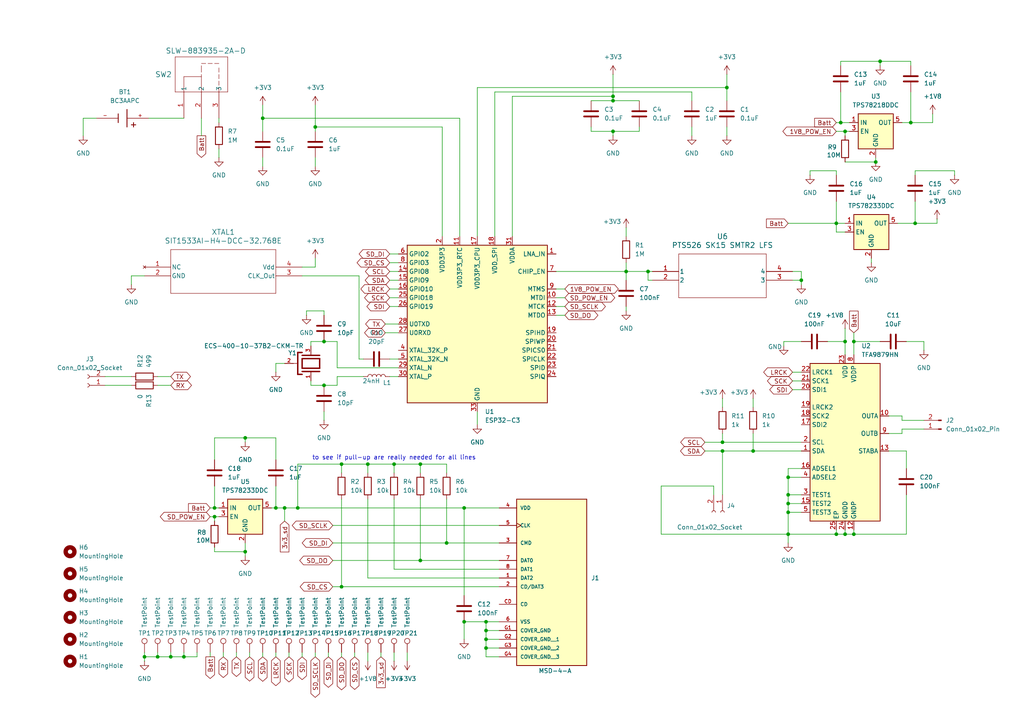
<source format=kicad_sch>
(kicad_sch (version 20250114) (generator "eeschema") (generator_version "9.0")
  (paper "A4")
  (text "to see if pull-up are really needed for all lines" (at 114.3 132.842 0) (effects (font (size 1.27 1.27))))
  (junction (at 93.98 111.76))
  (junction (at 245.11 38.1))
  (junction (at 140.97 182.88))
  (junction (at 106.68 134.62))
  (junction (at 177.8 38.1))
  (junction (at 242.57 154.94))
  (junction (at 228.6 154.94))
  (junction (at 247.65 154.94))
  (junction (at 41.91 190.5))
  (junction (at 99.06 170.18))
  (junction (at 187.96 78.74))
  (junction (at 181.61 78.74))
  (junction (at 228.6 146.05))
  (junction (at 177.8 27.94))
  (junction (at 218.44 130.81))
  (junction (at 242.57 64.77))
  (junction (at 80.01 147.32))
  (junction (at 49.53 190.5))
  (junction (at 228.6 148.59))
  (junction (at 86.36 147.32))
  (junction (at 134.62 147.32))
  (junction (at 53.34 190.5))
  (junction (at 228.6 138.43))
  (junction (at 93.98 99.06))
  (junction (at 82.55 147.32))
  (junction (at 243.84 35.56))
  (junction (at 209.55 130.81))
  (junction (at 245.11 99.06))
  (junction (at 62.23 149.86))
  (junction (at 247.65 99.06))
  (junction (at 99.06 134.62))
  (junction (at 254 46.99))
  (junction (at 114.3 134.62))
  (junction (at 62.23 147.32))
  (junction (at 210.82 25.4))
  (junction (at 71.12 160.02))
  (junction (at 209.55 128.27))
  (junction (at 265.43 64.77))
  (junction (at 140.97 180.34))
  (junction (at 232.41 81.28))
  (junction (at 121.92 162.56))
  (junction (at 255.27 17.78))
  (junction (at 264.16 35.56))
  (junction (at 76.2 34.29))
  (junction (at 129.54 157.48))
  (junction (at 140.97 187.96))
  (junction (at 71.12 127))
  (junction (at 177.8 29.21))
  (junction (at 45.72 190.5))
  (junction (at 121.92 134.62))
  (junction (at 91.44 36.83))
  (junction (at 228.6 143.51))
  (junction (at 134.62 180.34))
  (junction (at 245.11 154.94))
  (junction (at 140.97 185.42))
  (wire (pts (xy 113.03 86.36) (xy 115.57 86.36)))
  (wire (pts (xy 83.82 189.23) (xy 83.82 190.5)))
  (wire (pts (xy 265.43 64.77) (xy 271.78 64.77)))
  (wire (pts (xy 200.66 36.83) (xy 200.66 39.37)))
  (wire (pts (xy 90.17 99.06) (xy 93.98 99.06)))
  (wire (pts (xy 240.03 99.06) (xy 245.11 99.06)))
  (wire (pts (xy 181.61 76.2) (xy 181.61 78.74)))
  (wire (pts (xy 171.45 36.83) (xy 171.45 38.1)))
  (wire (pts (xy 71.12 127) (xy 80.01 127)))
  (wire (pts (xy 62.23 149.86) (xy 62.23 151.13)))
  (wire (pts (xy 209.55 130.81) (xy 218.44 130.81)))
  (wire (pts (xy 97.79 109.22) (xy 105.41 109.22)))
  (wire (pts (xy 242.57 67.31) (xy 242.57 64.77)))
  (wire (pts (xy 140.97 182.88) (xy 140.97 185.42)))
  (wire (pts (xy 68.58 189.23) (xy 68.58 190.5)))
  (wire (pts (xy 228.6 148.59) (xy 228.6 154.94)))
  (wire (pts (xy 264.16 35.56) (xy 261.62 35.56)))
  (wire (pts (xy 129.54 157.48) (xy 144.78 157.48)))
  (wire (pts (xy 261.62 125.73) (xy 257.81 125.73)))
  (wire (pts (xy 104.14 80.01) (xy 87.63 80.01)))
  (wire (pts (xy 96.52 170.18) (xy 99.06 170.18)))
  (wire (pts (xy 76.2 34.29) (xy 76.2 38.1)))
  (wire (pts (xy 43.18 34.29) (xy 53.34 34.29)))
  (wire (pts (xy 242.57 49.53) (xy 234.95 49.53)))
  (wire (pts (xy 113.03 104.14) (xy 115.57 104.14)))
  (wire (pts (xy 228.6 135.89) (xy 228.6 138.43)))
  (wire (pts (xy 267.97 99.06) (xy 267.97 101.6)))
  (wire (pts (xy 30.48 109.22) (xy 38.1 109.22)))
  (wire (pts (xy 191.77 154.94) (xy 228.6 154.94)))
  (wire (pts (xy 177.8 27.94) (xy 177.8 29.21)))
  (wire (pts (xy 262.89 130.81) (xy 262.89 135.89)))
  (wire (pts (xy 264.16 26.67) (xy 264.16 35.56)))
  (wire (pts (xy 185.42 29.21) (xy 177.8 29.21)))
  (wire (pts (xy 76.2 45.72) (xy 76.2 48.26)))
  (wire (pts (xy 262.89 143.51) (xy 262.89 154.94)))
  (wire (pts (xy 181.61 78.74) (xy 181.61 81.28)))
  (wire (pts (xy 38.1 82.55) (xy 38.1 80.01)))
  (wire (pts (xy 185.42 36.83) (xy 185.42 38.1)))
  (wire (pts (xy 45.72 190.5) (xy 41.91 190.5)))
  (wire (pts (xy 113.03 76.2) (xy 115.57 76.2)))
  (wire (pts (xy 72.39 189.23) (xy 72.39 190.5)))
  (wire (pts (xy 200.66 26.67) (xy 200.66 29.21)))
  (wire (pts (xy 106.68 144.78) (xy 106.68 167.64)))
  (wire (pts (xy 45.72 111.76) (xy 49.53 111.76)))
  (wire (pts (xy 62.23 133.35) (xy 62.23 127)))
  (wire (pts (xy 91.44 30.48) (xy 91.44 36.83)))
  (wire (pts (xy 242.57 58.42) (xy 242.57 64.77)))
  (wire (pts (xy 27.94 34.29) (xy 24.13 34.29)))
  (wire (pts (xy 270.51 33.02) (xy 270.51 35.56)))
  (wire (pts (xy 261.62 120.65) (xy 257.81 120.65)))
  (wire (pts (xy 262.89 99.06) (xy 267.97 99.06)))
  (wire (pts (xy 93.98 90.17) (xy 88.9 90.17)))
  (wire (pts (xy 245.11 46.99) (xy 254 46.99)))
  (wire (pts (xy 207.01 140.97) (xy 191.77 140.97)))
  (wire (pts (xy 232.41 81.28) (xy 232.41 82.55)))
  (wire (pts (xy 111.76 93.98) (xy 115.57 93.98)))
  (wire (pts (xy 63.5 34.29) (xy 63.5 35.56)))
  (wire (pts (xy 113.03 78.74) (xy 115.57 78.74)))
  (wire (pts (xy 91.44 45.72) (xy 91.44 48.26)))
  (wire (pts (xy 210.82 36.83) (xy 210.82 39.37)))
  (wire (pts (xy 247.65 96.52) (xy 247.65 99.06)))
  (wire (pts (xy 140.97 187.96) (xy 144.78 187.96)))
  (wire (pts (xy 242.57 38.1) (xy 245.11 38.1)))
  (wire (pts (xy 210.82 25.4) (xy 210.82 29.21)))
  (wire (pts (xy 45.72 109.22) (xy 49.53 109.22)))
  (wire (pts (xy 228.6 138.43) (xy 228.6 143.51)))
  (wire (pts (xy 134.62 147.32) (xy 144.78 147.32)))
  (wire (pts (xy 177.8 38.1) (xy 177.8 39.37)))
  (wire (pts (xy 245.11 67.31) (xy 242.57 67.31)))
  (wire (pts (xy 181.61 78.74) (xy 187.96 78.74)))
  (wire (pts (xy 129.54 144.78) (xy 129.54 157.48)))
  (wire (pts (xy 245.11 95.25) (xy 245.11 99.06)))
  (wire (pts (xy 41.91 190.5) (xy 41.91 191.77)))
  (wire (pts (xy 138.43 25.4) (xy 138.43 68.58)))
  (wire (pts (xy 245.11 38.1) (xy 245.11 39.37)))
  (wire (pts (xy 143.51 26.67) (xy 143.51 68.58)))
  (wire (pts (xy 209.55 130.81) (xy 209.55 143.51)))
  (wire (pts (xy 204.47 128.27) (xy 209.55 128.27)))
  (wire (pts (xy 106.68 134.62) (xy 106.68 137.16)))
  (wire (pts (xy 255.27 17.78) (xy 243.84 17.78)))
  (wire (pts (xy 257.81 130.81) (xy 262.89 130.81)))
  (wire (pts (xy 138.43 119.38) (xy 138.43 123.19)))
  (wire (pts (xy 133.35 34.29) (xy 76.2 34.29)))
  (wire (pts (xy 243.84 17.78) (xy 243.84 19.05)))
  (wire (pts (xy 121.92 144.78) (xy 121.92 162.56)))
  (wire (pts (xy 242.57 64.77) (xy 245.11 64.77)))
  (wire (pts (xy 30.48 111.76) (xy 38.1 111.76)))
  (wire (pts (xy 121.92 134.62) (xy 114.3 134.62)))
  (wire (pts (xy 209.55 128.27) (xy 232.41 128.27)))
  (wire (pts (xy 129.54 137.16) (xy 129.54 134.62)))
  (wire (pts (xy 71.12 157.48) (xy 71.12 160.02)))
  (wire (pts (xy 49.53 190.5) (xy 45.72 190.5)))
  (wire (pts (xy 99.06 170.18) (xy 144.78 170.18)))
  (wire (pts (xy 71.12 127) (xy 71.12 128.27)))
  (wire (pts (xy 228.6 148.59) (xy 232.41 148.59)))
  (wire (pts (xy 242.57 35.56) (xy 243.84 35.56)))
  (wire (pts (xy 161.29 83.82) (xy 163.83 83.82)))
  (wire (pts (xy 228.6 146.05) (xy 228.6 148.59)))
  (wire (pts (xy 171.45 38.1) (xy 177.8 38.1)))
  (wire (pts (xy 60.96 189.23) (xy 60.96 190.5)))
  (wire (pts (xy 114.3 189.23) (xy 114.3 191.77)))
  (wire (pts (xy 228.6 154.94) (xy 228.6 157.48)))
  (wire (pts (xy 106.68 134.62) (xy 99.06 134.62)))
  (wire (pts (xy 57.15 190.5) (xy 53.34 190.5)))
  (wire (pts (xy 129.54 134.62) (xy 121.92 134.62)))
  (wire (pts (xy 181.61 66.04) (xy 181.61 68.58)))
  (wire (pts (xy 93.98 119.38) (xy 93.98 121.92)))
  (wire (pts (xy 228.6 143.51) (xy 228.6 146.05)))
  (wire (pts (xy 99.06 134.62) (xy 99.06 137.16)))
  (wire (pts (xy 261.62 124.46) (xy 261.62 125.73)))
  (wire (pts (xy 104.14 104.14) (xy 104.14 80.01)))
  (wire (pts (xy 245.11 154.94) (xy 242.57 154.94)))
  (wire (pts (xy 228.6 64.77) (xy 242.57 64.77)))
  (wire (pts (xy 62.23 160.02) (xy 71.12 160.02)))
  (wire (pts (xy 134.62 147.32) (xy 134.62 172.72)))
  (wire (pts (xy 204.47 130.81) (xy 209.55 130.81)))
  (wire (pts (xy 99.06 189.23) (xy 99.06 190.5)))
  (wire (pts (xy 24.13 34.29) (xy 24.13 39.37)))
  (wire (pts (xy 138.43 25.4) (xy 210.82 25.4)))
  (wire (pts (xy 95.25 189.23) (xy 95.25 190.5)))
  (wire (pts (xy 93.98 111.76) (xy 97.79 111.76)))
  (wire (pts (xy 45.72 189.23) (xy 45.72 190.5)))
  (wire (pts (xy 86.36 134.62) (xy 86.36 147.32)))
  (wire (pts (xy 80.01 127) (xy 80.01 133.35)))
  (wire (pts (xy 78.74 147.32) (xy 80.01 147.32)))
  (wire (pts (xy 140.97 185.42) (xy 144.78 185.42)))
  (wire (pts (xy 229.87 81.28) (xy 232.41 81.28)))
  (wire (pts (xy 86.36 147.32) (xy 134.62 147.32)))
  (wire (pts (xy 128.27 36.83) (xy 128.27 68.58)))
  (wire (pts (xy 245.11 38.1) (xy 246.38 38.1)))
  (wire (pts (xy 60.96 147.32) (xy 62.23 147.32)))
  (wire (pts (xy 271.78 63.5) (xy 271.78 64.77)))
  (wire (pts (xy 82.55 105.41) (xy 80.01 105.41)))
  (wire (pts (xy 177.8 21.59) (xy 177.8 27.94)))
  (wire (pts (xy 265.43 64.77) (xy 265.43 58.42)))
  (wire (pts (xy 80.01 140.97) (xy 80.01 147.32)))
  (wire (pts (xy 261.62 121.92) (xy 261.62 120.65)))
  (wire (pts (xy 255.27 99.06) (xy 247.65 99.06)))
  (wire (pts (xy 114.3 165.1) (xy 144.78 165.1)))
  (wire (pts (xy 53.34 189.23) (xy 53.34 190.5)))
  (wire (pts (xy 229.87 113.03) (xy 232.41 113.03)))
  (wire (pts (xy 114.3 144.78) (xy 114.3 165.1)))
  (wire (pts (xy 62.23 147.32) (xy 63.5 147.32)))
  (wire (pts (xy 93.98 91.44) (xy 93.98 90.17)))
  (wire (pts (xy 276.86 49.53) (xy 276.86 50.8)))
  (wire (pts (xy 185.42 38.1) (xy 177.8 38.1)))
  (wire (pts (xy 228.6 146.05) (xy 232.41 146.05)))
  (wire (pts (xy 133.35 34.29) (xy 133.35 68.58)))
  (wire (pts (xy 128.27 36.83) (xy 91.44 36.83)))
  (wire (pts (xy 144.78 190.5) (xy 140.97 190.5)))
  (wire (pts (xy 62.23 140.97) (xy 62.23 147.32)))
  (wire (pts (xy 38.1 80.01) (xy 41.91 80.01)))
  (wire (pts (xy 96.52 152.4) (xy 144.78 152.4)))
  (wire (pts (xy 97.79 99.06) (xy 97.79 106.68)))
  (wire (pts (xy 245.11 99.06) (xy 245.11 102.87)))
  (wire (pts (xy 111.76 96.52) (xy 115.57 96.52)))
  (wire (pts (xy 265.43 49.53) (xy 276.86 49.53)))
  (wire (pts (xy 218.44 125.73) (xy 218.44 130.81)))
  (wire (pts (xy 113.03 73.66) (xy 115.57 73.66)))
  (wire (pts (xy 232.41 143.51) (xy 228.6 143.51)))
  (wire (pts (xy 191.77 140.97) (xy 191.77 154.94)))
  (wire (pts (xy 80.01 147.32) (xy 82.55 147.32)))
  (wire (pts (xy 228.6 154.94) (xy 242.57 154.94)))
  (wire (pts (xy 91.44 189.23) (xy 91.44 190.5)))
  (wire (pts (xy 62.23 127) (xy 71.12 127)))
  (wire (pts (xy 82.55 147.32) (xy 82.55 151.13)))
  (wire (pts (xy 62.23 149.86) (xy 63.5 149.86)))
  (wire (pts (xy 64.77 189.23) (xy 64.77 190.5)))
  (wire (pts (xy 255.27 17.78) (xy 255.27 19.05)))
  (wire (pts (xy 260.35 64.77) (xy 265.43 64.77)))
  (wire (pts (xy 97.79 106.68) (xy 115.57 106.68)))
  (wire (pts (xy 60.96 149.86) (xy 62.23 149.86)))
  (wire (pts (xy 114.3 134.62) (xy 114.3 137.16)))
  (wire (pts (xy 161.29 91.44) (xy 163.83 91.44)))
  (wire (pts (xy 90.17 110.49) (xy 90.17 111.76)))
  (wire (pts (xy 53.34 190.5) (xy 49.53 190.5)))
  (wire (pts (xy 245.11 153.67) (xy 245.11 154.94)))
  (wire (pts (xy 229.87 78.74) (xy 232.41 78.74)))
  (wire (pts (xy 63.5 43.18) (xy 63.5 45.72)))
  (wire (pts (xy 99.06 134.62) (xy 86.36 134.62)))
  (wire (pts (xy 76.2 30.48) (xy 76.2 34.29)))
  (wire (pts (xy 209.55 125.73) (xy 209.55 128.27)))
  (wire (pts (xy 134.62 185.42) (xy 134.62 180.34)))
  (wire (pts (xy 218.44 115.57) (xy 218.44 118.11)))
  (wire (pts (xy 247.65 99.06) (xy 247.65 102.87)))
  (wire (pts (xy 144.78 180.34) (xy 140.97 180.34)))
  (wire (pts (xy 181.61 88.9) (xy 181.61 90.17)))
  (wire (pts (xy 140.97 185.42) (xy 140.97 187.96)))
  (wire (pts (xy 97.79 111.76) (xy 97.79 109.22)))
  (wire (pts (xy 118.11 189.23) (xy 118.11 191.77)))
  (wire (pts (xy 41.91 189.23) (xy 41.91 190.5)))
  (wire (pts (xy 243.84 26.67) (xy 243.84 35.56)))
  (wire (pts (xy 106.68 189.23) (xy 106.68 191.77)))
  (wire (pts (xy 148.59 27.94) (xy 177.8 27.94)))
  (wire (pts (xy 264.16 19.05) (xy 264.16 17.78)))
  (wire (pts (xy 99.06 144.78) (xy 99.06 170.18)))
  (wire (pts (xy 88.9 90.17) (xy 88.9 91.44)))
  (wire (pts (xy 252.73 74.93) (xy 252.73 76.2)))
  (wire (pts (xy 105.41 104.14) (xy 104.14 104.14)))
  (wire (pts (xy 189.23 81.28) (xy 187.96 81.28)))
  (wire (pts (xy 262.89 154.94) (xy 247.65 154.94)))
  (wire (pts (xy 242.57 50.8) (xy 242.57 49.53)))
  (wire (pts (xy 264.16 17.78) (xy 255.27 17.78)))
  (wire (pts (xy 102.87 189.23) (xy 102.87 190.5)))
  (wire (pts (xy 161.29 86.36) (xy 163.83 86.36)))
  (wire (pts (xy 113.03 109.22) (xy 115.57 109.22)))
  (wire (pts (xy 57.15 189.23) (xy 57.15 190.5)))
  (wire (pts (xy 82.55 147.32) (xy 86.36 147.32)))
  (wire (pts (xy 90.17 111.76) (xy 93.98 111.76)))
  (wire (pts (xy 96.52 162.56) (xy 121.92 162.56)))
  (wire (pts (xy 87.63 189.23) (xy 87.63 190.5)))
  (wire (pts (xy 207.01 143.51) (xy 207.01 140.97)))
  (wire (pts (xy 143.51 26.67) (xy 200.66 26.67)))
  (wire (pts (xy 110.49 189.23) (xy 110.49 190.5)))
  (wire (pts (xy 177.8 29.21) (xy 171.45 29.21)))
  (wire (pts (xy 209.55 115.57) (xy 209.55 118.11)))
  (wire (pts (xy 113.03 83.82) (xy 115.57 83.82)))
  (wire (pts (xy 267.97 121.92) (xy 261.62 121.92)))
  (wire (pts (xy 265.43 50.8) (xy 265.43 49.53)))
  (wire (pts (xy 187.96 81.28) (xy 187.96 78.74)))
  (wire (pts (xy 140.97 182.88) (xy 144.78 182.88)))
  (wire (pts (xy 134.62 180.34) (xy 140.97 180.34)))
  (wire (pts (xy 71.12 160.02) (xy 71.12 161.29)))
  (wire (pts (xy 58.42 34.29) (xy 58.42 39.37)))
  (wire (pts (xy 229.87 110.49) (xy 232.41 110.49)))
  (wire (pts (xy 62.23 158.75) (xy 62.23 160.02)))
  (wire (pts (xy 91.44 77.47) (xy 87.63 77.47)))
  (wire (pts (xy 96.52 157.48) (xy 129.54 157.48)))
  (wire (pts (xy 267.97 124.46) (xy 261.62 124.46)))
  (wire (pts (xy 113.03 81.28) (xy 115.57 81.28)))
  (wire (pts (xy 247.65 153.67) (xy 247.65 154.94)))
  (wire (pts (xy 148.59 27.94) (xy 148.59 68.58)))
  (wire (pts (xy 76.2 189.23) (xy 76.2 190.5)))
  (wire (pts (xy 234.95 49.53) (xy 234.95 50.8)))
  (wire (pts (xy 80.01 105.41) (xy 80.01 107.95)))
  (wire (pts (xy 93.98 99.06) (xy 97.79 99.06)))
  (wire (pts (xy 114.3 134.62) (xy 106.68 134.62)))
  (wire (pts (xy 121.92 134.62) (xy 121.92 137.16)))
  (wire (pts (xy 121.92 162.56) (xy 144.78 162.56)))
  (wire (pts (xy 161.29 78.74) (xy 181.61 78.74)))
  (wire (pts (xy 210.82 21.59) (xy 210.82 25.4)))
  (wire (pts (xy 140.97 180.34) (xy 140.97 182.88)))
  (wire (pts (xy 80.01 189.23) (xy 80.01 190.5)))
  (wire (pts (xy 91.44 74.93) (xy 91.44 77.47)))
  (wire (pts (xy 247.65 154.94) (xy 245.11 154.94)))
  (wire (pts (xy 242.57 153.67) (xy 242.57 154.94)))
  (wire (pts (xy 90.17 100.33) (xy 90.17 99.06)))
  (wire (pts (xy 187.96 78.74) (xy 189.23 78.74)))
  (wire (pts (xy 106.68 167.64) (xy 144.78 167.64)))
  (wire (pts (xy 91.44 36.83) (xy 91.44 38.1)))
  (wire (pts (xy 254 45.72) (xy 254 46.99)))
  (wire (pts (xy 49.53 189.23) (xy 49.53 190.5)))
  (wire (pts (xy 229.87 107.95) (xy 232.41 107.95)))
  (wire (pts (xy 140.97 187.96) (xy 140.97 190.5)))
  (wire (pts (xy 227.33 99.06) (xy 227.33 100.33)))
  (wire (pts (xy 113.03 88.9) (xy 115.57 88.9)))
  (wire (pts (xy 243.84 35.56) (xy 246.38 35.56)))
  (wire (pts (xy 218.44 130.81) (xy 232.41 130.81)))
  (wire (pts (xy 232.41 78.74) (xy 232.41 81.28)))
  (wire (pts (xy 264.16 35.56) (xy 270.51 35.56)))
  (wire (pts (xy 228.6 138.43) (xy 232.41 138.43)))
  (wire (pts (xy 232.41 135.89) (xy 228.6 135.89)))
  (wire (pts (xy 161.29 88.9) (xy 163.83 88.9)))
  (wire (pts (xy 232.41 99.06) (xy 227.33 99.06)))
  (global_label "1V8_POW_EN" (shape bidirectional) (at 163.83 83.82 0) (property "Intersheetrefs" "${INTERSHEET_REFS}" (effects (hide yes))))
  (global_label "SDI" (shape bidirectional) (at 87.63 190.5 270) (property "Intersheetrefs" "${INTERSHEET_REFS}" (effects (hide yes))))
  (global_label "RX" (shape bidirectional) (at 64.77 190.5 270) (property "Intersheetrefs" "${INTERSHEET_REFS}" (effects (hide yes))))
  (global_label "SD_CS" (shape bidirectional) (at 102.87 190.5 270) (property "Intersheetrefs" "${INTERSHEET_REFS}" (effects (hide yes))))
  (global_label "SD_SCLK" (shape bidirectional) (at 96.52 152.4 180) (property "Intersheetrefs" "${INTERSHEET_REFS}" (effects (hide yes))))
  (global_label "SCL" (shape bidirectional) (at 113.03 78.74 180) (property "Intersheetrefs" "${INTERSHEET_REFS}" (effects (hide yes))))
  (global_label "SDA" (shape bidirectional) (at 76.2 190.5 270) (property "Intersheetrefs" "${INTERSHEET_REFS}" (effects (hide yes))))
  (global_label "SCK" (shape bidirectional) (at 229.87 110.49 180) (property "Intersheetrefs" "${INTERSHEET_REFS}" (effects (hide yes))))
  (global_label "SD_DI" (shape bidirectional) (at 95.25 190.5 270) (property "Intersheetrefs" "${INTERSHEET_REFS}" (effects (hide yes))))
  (global_label "SCK" (shape bidirectional) (at 83.82 190.5 270) (property "Intersheetrefs" "${INTERSHEET_REFS}" (effects (hide yes))))
  (global_label "SCL" (shape bidirectional) (at 204.47 128.27 180) (property "Intersheetrefs" "${INTERSHEET_REFS}" (effects (hide yes))))
  (global_label "SD_DO" (shape bidirectional) (at 99.06 190.5 270) (property "Intersheetrefs" "${INTERSHEET_REFS}" (effects (hide yes))))
  (global_label "Batt" (shape output) (at 60.96 190.5 270) (property "Intersheetrefs" "${INTERSHEET_REFS}" (effects (hide yes))))
  (global_label "SD_CS" (shape bidirectional) (at 113.03 76.2 180) (property "Intersheetrefs" "${INTERSHEET_REFS}" (effects (hide yes))))
  (global_label "Batt" (shape input) (at 247.65 96.52 90) (property "Intersheetrefs" "${INTERSHEET_REFS}" (effects (hide yes))))
  (global_label "TX" (shape bidirectional) (at 68.58 190.5 270) (property "Intersheetrefs" "${INTERSHEET_REFS}" (effects (hide yes))))
  (global_label "SD_SCLK" (shape bidirectional) (at 163.83 88.9 0) (property "Intersheetrefs" "${INTERSHEET_REFS}" (effects (hide yes))))
  (global_label "LRCK" (shape bidirectional) (at 80.01 190.5 270) (property "Intersheetrefs" "${INTERSHEET_REFS}" (effects (hide yes))))
  (global_label "Batt" (shape input) (at 242.57 35.56 180) (property "Intersheetrefs" "${INTERSHEET_REFS}" (effects (hide yes))))
  (global_label "SD_POW_EN" (shape bidirectional) (at 163.83 86.36 0) (property "Intersheetrefs" "${INTERSHEET_REFS}" (effects (hide yes))))
  (global_label "LRCK" (shape bidirectional) (at 113.03 83.82 180) (property "Intersheetrefs" "${INTERSHEET_REFS}" (effects (hide yes))))
  (global_label "RX" (shape bidirectional) (at 49.53 111.76 0) (property "Intersheetrefs" "${INTERSHEET_REFS}" (effects (hide yes))))
  (global_label "SDI" (shape bidirectional) (at 113.03 88.9 180) (property "Intersheetrefs" "${INTERSHEET_REFS}" (effects (hide yes))))
  (global_label "SD_CS" (shape bidirectional) (at 96.52 170.18 180) (property "Intersheetrefs" "${INTERSHEET_REFS}" (effects (hide yes))))
  (global_label "TX" (shape bidirectional) (at 111.76 93.98 180) (property "Intersheetrefs" "${INTERSHEET_REFS}" (effects (hide yes))))
  (global_label "SDI" (shape bidirectional) (at 229.87 113.03 180) (property "Intersheetrefs" "${INTERSHEET_REFS}" (effects (hide yes))))
  (global_label "3v3_sd" (shape input) (at 110.49 190.5 270) (property "Intersheetrefs" "${INTERSHEET_REFS}" (effects (hide yes))))
  (global_label "SDA" (shape bidirectional) (at 113.03 81.28 180) (property "Intersheetrefs" "${INTERSHEET_REFS}" (effects (hide yes))))
  (global_label "SDA" (shape bidirectional) (at 204.47 130.81 180) (property "Intersheetrefs" "${INTERSHEET_REFS}" (effects (hide yes))))
  (global_label "LRCK" (shape bidirectional) (at 229.87 107.95 180) (property "Intersheetrefs" "${INTERSHEET_REFS}" (effects (hide yes))))
  (global_label "TX" (shape bidirectional) (at 49.53 109.22 0) (property "Intersheetrefs" "${INTERSHEET_REFS}" (effects (hide yes))))
  (global_label "Batt" (shape input) (at 228.6 64.77 180) (property "Intersheetrefs" "${INTERSHEET_REFS}" (effects (hide yes))))
  (global_label "SD_DI" (shape bidirectional) (at 113.03 73.66 180) (property "Intersheetrefs" "${INTERSHEET_REFS}" (effects (hide yes))))
  (global_label "SCK" (shape bidirectional) (at 113.03 86.36 180) (property "Intersheetrefs" "${INTERSHEET_REFS}" (effects (hide yes))))
  (global_label "SCL" (shape bidirectional) (at 72.39 190.5 270) (property "Intersheetrefs" "${INTERSHEET_REFS}" (effects (hide yes))))
  (global_label "SD_SCLK" (shape bidirectional) (at 91.44 190.5 270) (property "Intersheetrefs" "${INTERSHEET_REFS}" (effects (hide yes))))
  (global_label "SD_DO" (shape bidirectional) (at 96.52 162.56 180) (property "Intersheetrefs" "${INTERSHEET_REFS}" (effects (hide yes))))
  (global_label "Batt" (shape input) (at 60.96 147.32 180) (property "Intersheetrefs" "${INTERSHEET_REFS}" (effects (hide yes))))
  (global_label "RX" (shape bidirectional) (at 111.76 96.52 180) (property "Intersheetrefs" "${INTERSHEET_REFS}" (effects (hide yes))))
  (global_label "Batt" (shape output) (at 58.42 39.37 270) (property "Intersheetrefs" "${INTERSHEET_REFS}" (effects (hide yes))))
  (global_label "SD_POW_EN" (shape bidirectional) (at 60.96 149.86 180) (property "Intersheetrefs" "${INTERSHEET_REFS}" (effects (hide yes))))
  (global_label "SD_DO" (shape bidirectional) (at 163.83 91.44 0) (property "Intersheetrefs" "${INTERSHEET_REFS}" (effects (hide yes))))
  (global_label "3v3_sd" (shape input) (at 82.55 151.13 270) (property "Intersheetrefs" "${INTERSHEET_REFS}" (effects (hide yes))))
  (global_label "SD_DI" (shape bidirectional) (at 96.52 157.48 180) (property "Intersheetrefs" "${INTERSHEET_REFS}" (effects (hide yes))))
  (global_label "1V8_POW_EN" (shape bidirectional) (at 242.57 38.1 180) (property "Intersheetrefs" "${INTERSHEET_REFS}" (effects (hide yes))))
  (symbol (lib_id "Regulator_Linear:TPS78233DDC") (at 252.73 67.31 0) (unit 1)
    (property "Reference" "U4" (at 252.73 57.15 0))
    (property "Value" "TPS78233DDC" (at 252.73 59.69 0))
    (property "Footprint" "Package_TO_SOT_SMD:SOT-23-5" (effects (hide yes)))
    (property "Datasheet" "http://www.ti.com/lit/gpn/tps782" (effects (hide yes)))
    (property "Description" "150-mA, 500nA Ultra-Low-IQ LDO, 3.3V, SOT-23-5" (effects (hide yes)))
  )
  (symbol (lib_id "Mechanical:MountingHole") (at 20.32 185.42 0) (unit 1) (exclude_from_sim yes) (in_bom no)
    (property "Reference" "H2" (at 22.86 184.1499 0) (effects (justify left)))
    (property "Value" "MountingHole" (at 22.86 186.6899 0) (effects (justify left)))
    (property "Footprint" "MountingHole:MountingHole_3.2mm_M3" (effects (hide yes)))
    (property "Description" "Mounting Hole without connection" (effects (hide yes)))
  )
  (symbol (lib_id "Device:R") (at 245.11 43.18 180) (unit 1)
    (property "Reference" "R9" (at 240.03 42.672 0) (effects (justify right)))
    (property "Value" "10M" (at 239.776 44.958 0) (effects (justify right)))
    (property "Footprint" "Resistor_SMD:R_0805_2012Metric_Pad1.20x1.40mm_HandSolder" (effects (hide yes)))
    (property "Description" "Resistor" (effects (hide yes)))
  )
  (symbol (lib_id "Connector:TestPoint") (at 114.3 189.23 0) (unit 1)
    (property "Reference" "TP20" (at 112.522 183.642 0) (effects (justify left)))
    (property "Value" "TestPoint" (at 114.3 182.118 90) (effects (justify left)))
    (property "Footprint" "TestPoint:TestPoint_THTPad_D2.0mm_Drill1.0mm" (effects (hide yes)))
    (property "Description" "test point" (effects (hide yes)))
  )
  (symbol (lib_id "Device:C") (at 259.08 99.06 90) (unit 1)
    (property "Reference" "C11" (at 259.08 91.44 90))
    (property "Value" "10uF" (at 259.08 93.98 90))
    (property "Footprint" "Capacitor_SMD:C_0805_2012Metric_Pad1.18x1.45mm_HandSolder" (effects (hide yes)))
    (property "Description" "Unpolarized capacitor" (effects (hide yes)))
  )
  (symbol (lib_id "Device:C") (at 210.82 33.02 0) (unit 1)
    (property "Reference" "C1" (at 214.63 31.7499 0) (effects (justify left)))
    (property "Value" "0.1uF" (at 214.63 34.2899 0) (effects (justify left)))
    (property "Footprint" "Capacitor_SMD:C_0805_2012Metric_Pad1.18x1.45mm_HandSolder" (effects (hide yes)))
    (property "Description" "Unpolarized capacitor" (effects (hide yes)))
  )
  (symbol (lib_id "MCU_Espressif:ESP32-C3") (at 138.43 93.98 0) (unit 1)
    (property "Reference" "U1" (at 140.6241 119.38 0) (effects (justify left)))
    (property "Value" "ESP32-C3" (at 140.6241 121.92 0) (effects (justify left)))
    (property "Footprint" "Package_DFN_QFN:QFN-32-1EP_5x5mm_P0.5mm_EP3.7x3.7mm" (effects (hide yes)))
    (property "Datasheet" "https://www.espressif.com/sites/default/files/documentation/esp32-c3_datasheet_en.pdf" (effects (hide yes)))
    (property "Description" "RF Module, ESP32 SoC, RISC-V, WiFi 802.11b/n/g, Bluetooth LE 5, QFN32" (effects (hide yes)))
  )
  (symbol (lib_id "power:GND") (at 228.6 157.48 0) (unit 1)
    (property "Reference" "#PWR034" (effects (hide yes)))
    (property "Value" "GND" (at 228.6 162.56 0))
    (property "Description" "Power symbol creates a global label with name \"GND\" , ground" (effects (hide yes)))
  )
  (symbol (lib_id "Connector:TestPoint") (at 106.68 189.23 0) (unit 1)
    (property "Reference" "TP18" (at 104.902 183.642 0) (effects (justify left)))
    (property "Value" "TestPoint" (at 106.68 182.118 90) (effects (justify left)))
    (property "Footprint" "TestPoint:TestPoint_THTPad_D2.0mm_Drill1.0mm" (effects (hide yes)))
    (property "Description" "test point" (effects (hide yes)))
  )
  (symbol (lib_id "power:GND") (at 252.73 76.2 0) (unit 1)
    (property "Reference" "#PWR024" (effects (hide yes)))
    (property "Value" "GND" (at 252.73 81.28 0))
    (property "Description" "Power symbol creates a global label with name \"GND\" , ground" (effects (hide yes)))
  )
  (symbol (lib_id "Device:R") (at 41.91 111.76 90) (unit 1)
    (property "Reference" "R13" (at 43.1801 114.3 0) (effects (justify right)))
    (property "Value" "0" (at 40.6401 114.3 0) (effects (justify right)))
    (property "Footprint" "Resistor_SMD:R_0805_2012Metric_Pad1.20x1.40mm_HandSolder" (effects (hide yes)))
    (property "Description" "Resistor" (effects (hide yes)))
  )
  (symbol (lib_id "power:GND") (at 76.2 48.26 0) (unit 1)
    (property "Reference" "#PWR09" (effects (hide yes)))
    (property "Value" "GND" (at 76.2 53.34 0))
    (property "Description" "Power symbol creates a global label with name \"GND\" , ground" (effects (hide yes)))
  )
  (symbol (lib_id "RTC Oscillator:SIT1533AI-H4-DCC-32.768E") (at 41.91 77.47 0) (unit 1)
    (property "Reference" "XTAL1" (at 64.77 67.31 0) (effects (font (size 1.524 1.524))))
    (property "Value" "SIT1533AI-H4-DCC-32.768E" (at 64.77 69.85 0) (effects (font (size 1.524 1.524))))
    (property "Footprint" "RTC Oscillator:XTAL4_SiT1533_SIT" (effects (hide yes)))
    (property "Datasheet" "SIT1533AI-H4-DCC-32.768E" (effects (hide yes)))
  )
  (symbol (lib_id "Regulator_Linear:TPS78218DDC") (at 254 38.1 0) (unit 1)
    (property "Reference" "U3" (at 254 27.94 0))
    (property "Value" "TPS78218DDC" (at 254 30.48 0))
    (property "Footprint" "Package_TO_SOT_SMD:SOT-23-5" (effects (hide yes)))
    (property "Datasheet" "http://www.ti.com/lit/gpn/tps782" (effects (hide yes)))
    (property "Description" "150-mA, 500nA Ultra-Low-IQ LDO, 1.8V, SOT-23-5" (effects (hide yes)))
  )
  (symbol (lib_id "Connector:TestPoint") (at 83.82 189.23 0) (unit 1)
    (property "Reference" "TP12" (at 82.042 183.642 0) (effects (justify left)))
    (property "Value" "TestPoint" (at 83.82 182.118 90) (effects (justify left)))
    (property "Footprint" "TestPoint:TestPoint_THTPad_D2.0mm_Drill1.0mm" (effects (hide yes)))
    (property "Description" "test point" (effects (hide yes)))
  )
  (symbol (lib_id "Device:C") (at 262.89 139.7 180) (unit 1)
    (property "Reference" "C20" (at 266.7 138.4299 0) (effects (justify right)))
    (property "Value" "100nF" (at 266.7 140.9699 0) (effects (justify right)))
    (property "Footprint" "Capacitor_SMD:C_0805_2012Metric_Pad1.18x1.45mm_HandSolder" (effects (hide yes)))
    (property "Description" "Unpolarized capacitor" (effects (hide yes)))
  )
  (symbol (lib_id "power:+3V3") (at 76.2 30.48 0) (unit 1)
    (property "Reference" "#PWR08" (effects (hide yes)))
    (property "Value" "+3V3" (at 76.2 25.4 0))
    (property "Description" "Power symbol creates a global label with name \"+3V3\"" (effects (hide yes)))
  )
  (symbol (lib_id "power:GND") (at 254 46.99 0) (unit 1)
    (property "Reference" "#PWR022" (effects (hide yes)))
    (property "Value" "GND" (at 254 52.07 0))
    (property "Description" "Power symbol creates a global label with name \"GND\" , ground" (effects (hide yes)))
  )
  (symbol (lib_id "Connector:TestPoint") (at 102.87 189.23 0) (unit 1)
    (property "Reference" "TP17" (at 101.092 183.642 0) (effects (justify left)))
    (property "Value" "TestPoint" (at 102.87 182.118 90) (effects (justify left)))
    (property "Footprint" "TestPoint:TestPoint_THTPad_D2.0mm_Drill1.0mm" (effects (hide yes)))
    (property "Description" "test point" (effects (hide yes)))
  )
  (symbol (lib_id "power:GND") (at 267.97 101.6 0) (unit 1)
    (property "Reference" "#PWR031" (effects (hide yes)))
    (property "Value" "GND" (at 267.97 106.68 0))
    (property "Description" "Power symbol creates a global label with name \"GND\" , ground" (effects (hide yes)))
  )
  (symbol (lib_id "Connector:Conn_01x02_Socket") (at 209.55 148.59 270) (unit 1)
    (property "Reference" "J4" (at 210.82 146.6849 90) (effects (justify left)))
    (property "Value" "Conn_01x02_Socket" (at 196.342 152.908 90) (effects (justify left)))
    (property "Footprint" "Connector_PinSocket_2.54mm:PinSocket_1x02_P2.54mm_Horizontal" (effects (hide yes)))
    (property "Description" "Generic connector, single row, 01x02, script generated" (effects (hide yes)))
  )
  (symbol (lib_id "Device:C") (at 242.57 54.61 0) (unit 1)
    (property "Reference" "C16" (at 246.38 53.3399 0) (effects (justify left)))
    (property "Value" "1uF" (at 246.38 55.8799 0) (effects (justify left)))
    (property "Footprint" "Capacitor_SMD:C_0805_2012Metric_Pad1.18x1.45mm_HandSolder" (effects (hide yes)))
    (property "Description" "Unpolarized capacitor" (effects (hide yes)))
  )
  (symbol (lib_id "power:GND") (at 41.91 191.77 0) (unit 1)
    (property "Reference" "#PWR037" (effects (hide yes)))
    (property "Value" "GND" (at 41.91 196.85 0))
    (property "Description" "Power symbol creates a global label with name \"GND\" , ground" (effects (hide yes)))
  )
  (symbol (lib_id "button:PTS526_SK15_SMTR2_LFS") (at 189.23 78.74 0) (unit 1)
    (property "Reference" "U6" (at 209.55 68.58 0) (effects (font (size 1.524 1.524))))
    (property "Value" "PTS526 SK15 SMTR2 LFS" (at 209.55 71.12 0) (effects (font (size 1.524 1.524))))
    (property "Footprint" "button:SMT_FS" (effects (hide yes)))
    (property "Datasheet" "PTS526 SK15 SMTR2 LFS" (effects (hide yes)))
  )
  (symbol (lib_id "Device:R") (at 63.5 39.37 180) (unit 1)
    (property "Reference" "R7" (at 66.04 38.0999 0) (effects (justify right)))
    (property "Value" "1M" (at 66.04 40.6399 0) (effects (justify right)))
    (property "Footprint" "Resistor_SMD:R_0805_2012Metric_Pad1.20x1.40mm_HandSolder" (effects (hide yes)))
    (property "Description" "Resistor" (effects (hide yes)))
  )
  (symbol (lib_id "Connector:TestPoint") (at 64.77 189.23 0) (unit 1)
    (property "Reference" "TP7" (at 62.992 183.642 0) (effects (justify left)))
    (property "Value" "TestPoint" (at 64.77 182.118 90) (effects (justify left)))
    (property "Footprint" "TestPoint:TestPoint_THTPad_D2.0mm_Drill1.0mm" (effects (hide yes)))
    (property "Description" "test point" (effects (hide yes)))
  )
  (symbol (lib_id "Connector:TestPoint") (at 60.96 189.23 0) (unit 1)
    (property "Reference" "TP6" (at 59.182 183.642 0) (effects (justify left)))
    (property "Value" "TestPoint" (at 60.96 182.118 90) (effects (justify left)))
    (property "Footprint" "TestPoint:TestPoint_THTPad_D2.0mm_Drill1.0mm" (effects (hide yes)))
    (property "Description" "test point" (effects (hide yes)))
  )
  (symbol (lib_id "Device:C") (at 91.44 41.91 0) (unit 1)
    (property "Reference" "C6" (at 95.25 40.6399 0) (effects (justify left)))
    (property "Value" "1uF" (at 95.25 43.1799 0) (effects (justify left)))
    (property "Footprint" "Capacitor_SMD:C_0805_2012Metric_Pad1.18x1.45mm_HandSolder" (effects (hide yes)))
    (property "Description" "Unpolarized capacitor" (effects (hide yes)))
  )
  (symbol (lib_id "power:GND") (at 234.95 50.8 0) (unit 1)
    (property "Reference" "#PWR028" (effects (hide yes)))
    (property "Value" "GND" (at 234.95 55.88 0))
    (property "Description" "Power symbol creates a global label with name \"GND\" , ground" (effects (hide yes)))
  )
  (symbol (lib_id "Connector:TestPoint") (at 76.2 189.23 0) (unit 1)
    (property "Reference" "TP10" (at 74.422 183.642 0) (effects (justify left)))
    (property "Value" "TestPoint" (at 76.2 182.118 90) (effects (justify left)))
    (property "Footprint" "TestPoint:TestPoint_THTPad_D2.0mm_Drill1.0mm" (effects (hide yes)))
    (property "Description" "test point" (effects (hide yes)))
  )
  (symbol (lib_id "Battery Holder:BC3AAPC") (at 35.56 34.29 180) (unit 1)
    (property "Reference" "BT1" (at 36.2204 26.67 0))
    (property "Value" "BC3AAPC" (at 36.2204 29.21 0))
    (property "Footprint" "Battery Holder:BAT_BC3AAPC" (effects (hide yes)))
    (property "PARTREV" "J" (effects (hide yes)))
    (property "MANUFACTURER" "MPD" (effects (hide yes)))
    (property "MAXIMUM_PACKAGE_HEIGHT" "16.5 mm" (effects (hide yes)))
    (property "STANDARD" "Manufacturer Recommendations" (effects (hide yes)))
  )
  (symbol (lib_id "Connector:TestPoint") (at 57.15 189.23 0) (unit 1)
    (property "Reference" "TP5" (at 55.372 183.642 0) (effects (justify left)))
    (property "Value" "TestPoint" (at 57.15 182.118 90) (effects (justify left)))
    (property "Footprint" "TestPoint:TestPoint_THTPad_D2.0mm_Drill1.0mm" (effects (hide yes)))
    (property "Description" "test point" (effects (hide yes)))
  )
  (symbol (lib_id "Device:C") (at 109.22 104.14 270) (unit 1)
    (property "Reference" "C10" (at 109.22 96.52 90))
    (property "Value" "20pF" (at 109.22 99.06 90))
    (property "Footprint" "Capacitor_SMD:C_0805_2012Metric_Pad1.18x1.45mm_HandSolder" (effects (hide yes)))
    (property "Description" "Unpolarized capacitor" (effects (hide yes)))
  )
  (symbol (lib_id "power:+3V3") (at 91.44 30.48 0) (unit 1)
    (property "Reference" "#PWR010" (effects (hide yes)))
    (property "Value" "+3V3" (at 91.44 25.4 0))
    (property "Description" "Power symbol creates a global label with name \"+3V3\"" (effects (hide yes)))
  )
  (symbol (lib_id "Mechanical:MountingHole") (at 20.32 179.07 0) (unit 1) (exclude_from_sim yes) (in_bom no)
    (property "Reference" "H3" (at 22.86 177.7999 0) (effects (justify left)))
    (property "Value" "MountingHole" (at 22.86 180.3399 0) (effects (justify left)))
    (property "Footprint" "MountingHole:MountingHole_3.2mm_M3" (effects (hide yes)))
    (property "Description" "Mounting Hole without connection" (effects (hide yes)))
  )
  (symbol (lib_id "Mechanical:MountingHole") (at 20.32 166.37 0) (unit 1) (exclude_from_sim yes) (in_bom no)
    (property "Reference" "H5" (at 22.86 165.0999 0) (effects (justify left)))
    (property "Value" "MountingHole" (at 22.86 167.6399 0) (effects (justify left)))
    (property "Footprint" "MountingHole:MountingHole_3.2mm_M3" (effects (hide yes)))
    (property "Description" "Mounting Hole without connection" (effects (hide yes)))
  )
  (symbol (lib_id "Connector:Conn_01x02_Socket") (at 25.4 111.76 180) (unit 1)
    (property "Reference" "J3" (at 26.035 104.14 0))
    (property "Value" "Conn_01x02_Socket" (at 26.035 106.68 0))
    (property "Footprint" "Connector_PinSocket_2.54mm:PinSocket_1x02_P2.54mm_Horizontal" (effects (hide yes)))
    (property "Description" "Generic connector, single row, 01x02, script generated" (effects (hide yes)))
  )
  (symbol (lib_id "Device:L") (at 109.22 109.22 90) (unit 1)
    (property "Reference" "L1" (at 112.268 110.998 90))
    (property "Value" "24nH" (at 107.696 110.49 90))
    (property "Footprint" "Inductor_SMD:L_0805_2012Metric_Pad1.15x1.40mm_HandSolder" (effects (hide yes)))
    (property "Description" "Inductor" (effects (hide yes)))
  )
  (symbol (lib_id "Slider Switch:SLW-883935-2A-D") (at 53.34 34.29 90) (unit 1)
    (property "Reference" "SW2" (at 44.958 21.59 90) (effects (font (size 1.524 1.524)) (justify right)))
    (property "Value" "SLW-883935-2A-D" (at 48.006 14.732 90) (effects (font (size 1.524 1.524)) (justify right)))
    (property "Footprint" "Connector_PinSocket_2.54mm:PinSocket_1x03_P2.54mm_Vertical" (effects (hide yes)))
    (property "Datasheet" "SLW-883935-2A-D" (effects (hide yes)))
  )
  (symbol (lib_id "Mechanical:MountingHole") (at 20.32 160.02 0) (unit 1) (exclude_from_sim yes) (in_bom no)
    (property "Reference" "H6" (at 22.86 158.7499 0) (effects (justify left)))
    (property "Value" "MountingHole" (at 22.86 161.2899 0) (effects (justify left)))
    (property "Footprint" "MountingHole:MountingHole_3.2mm_M3" (effects (hide yes)))
    (property "Description" "Mounting Hole without connection" (effects (hide yes)))
  )
  (symbol (lib_id "power:+3V3") (at 177.8 21.59 0) (unit 1)
    (property "Reference" "#PWR05" (effects (hide yes)))
    (property "Value" "+3V3" (at 177.8 16.51 0))
    (property "Description" "Power symbol creates a global label with name \"+3V3\"" (effects (hide yes)))
  )
  (symbol (lib_id "power:GND") (at 80.01 107.95 0) (unit 1)
    (property "Reference" "#PWR02" (effects (hide yes)))
    (property "Value" "GND" (at 80.01 113.03 0))
    (property "Description" "Power symbol creates a global label with name \"GND\" , ground" (effects (hide yes)))
  )
  (symbol (lib_id "Connector:TestPoint") (at 53.34 189.23 0) (unit 1)
    (property "Reference" "TP4" (at 51.562 183.642 0) (effects (justify left)))
    (property "Value" "TestPoint" (at 53.34 182.118 90) (effects (justify left)))
    (property "Footprint" "TestPoint:TestPoint_THTPad_D2.0mm_Drill1.0mm" (effects (hide yes)))
    (property "Description" "test point" (effects (hide yes)))
  )
  (symbol (lib_id "Device:R") (at 41.91 109.22 270) (unit 1)
    (property "Reference" "R12" (at 40.6399 106.68 0) (effects (justify right)))
    (property "Value" "499" (at 43.1799 106.68 0) (effects (justify right)))
    (property "Footprint" "Resistor_SMD:R_0805_2012Metric_Pad1.20x1.40mm_HandSolder" (effects (hide yes)))
    (property "Description" "Resistor" (effects (hide yes)))
  )
  (symbol (lib_id "Connector:TestPoint") (at 45.72 189.23 0) (unit 1)
    (property "Reference" "TP2" (at 43.942 183.642 0) (effects (justify left)))
    (property "Value" "TestPoint" (at 45.72 182.118 90) (effects (justify left)))
    (property "Footprint" "TestPoint:TestPoint_THTPad_D2.0mm_Drill1.0mm" (effects (hide yes)))
    (property "Description" "test point" (effects (hide yes)))
  )
  (symbol (lib_id "power:GND") (at 134.62 185.42 0) (unit 1)
    (property "Reference" "#PWR020" (effects (hide yes)))
    (property "Value" "GND" (at 134.62 190.5 0))
    (property "Description" "Power symbol creates a global label with name \"GND\" , ground" (effects (hide yes)))
  )
  (symbol (lib_id "Device:C") (at 93.98 95.25 180) (unit 1)
    (property "Reference" "C9" (at 97.79 93.9799 0) (effects (justify right)))
    (property "Value" "10pF" (at 97.79 96.5199 0) (effects (justify right)))
    (property "Footprint" "Capacitor_SMD:C_0805_2012Metric_Pad1.18x1.45mm_HandSolder" (effects (hide yes)))
    (property "Description" "Unpolarized capacitor" (effects (hide yes)))
  )
  (symbol (lib_id "Device:C") (at 185.42 33.02 0) (unit 1)
    (property "Reference" "C4" (at 189.23 31.7499 0) (effects (justify left)))
    (property "Value" "0.1uF" (at 189.23 34.2899 0) (effects (justify left)))
    (property "Footprint" "Capacitor_SMD:C_0805_2012Metric_Pad1.18x1.45mm_HandSolder" (effects (hide yes)))
    (property "Description" "Unpolarized capacitor" (effects (hide yes)))
  )
  (symbol (lib_id "power:GND") (at 91.44 48.26 0) (unit 1)
    (property "Reference" "#PWR011" (effects (hide yes)))
    (property "Value" "GND" (at 91.44 53.34 0))
    (property "Description" "Power symbol creates a global label with name \"GND\" , ground" (effects (hide yes)))
  )
  (symbol (lib_id "Device:C") (at 76.2 41.91 0) (unit 1)
    (property "Reference" "C5" (at 80.01 40.6399 0) (effects (justify left)))
    (property "Value" "0.1uF" (at 80.01 43.1799 0) (effects (justify left)))
    (property "Footprint" "Capacitor_SMD:C_0805_2012Metric_Pad1.18x1.45mm_HandSolder" (effects (hide yes)))
    (property "Description" "Unpolarized capacitor" (effects (hide yes)))
  )
  (symbol (lib_id "power:GND") (at 255.27 19.05 0) (unit 1)
    (property "Reference" "#PWR026" (effects (hide yes)))
    (property "Value" "GND" (at 255.27 24.13 0))
    (property "Description" "Power symbol creates a global label with name \"GND\" , ground" (effects (hide yes)))
  )
  (symbol (lib_id "power:GND") (at 71.12 161.29 0) (unit 1)
    (property "Reference" "#PWR019" (effects (hide yes)))
    (property "Value" "GND" (at 71.12 166.37 0))
    (property "Description" "Power symbol creates a global label with name \"GND\" , ground" (effects (hide yes)))
  )
  (symbol (lib_id "power:GND") (at 93.98 121.92 0) (unit 1)
    (property "Reference" "#PWR016" (effects (hide yes)))
    (property "Value" "GND" (at 93.98 127 0))
    (property "Description" "Power symbol creates a global label with name \"GND\" , ground" (effects (hide yes)))
  )
  (symbol (lib_id "Device:C") (at 134.62 176.53 0) (unit 1)
    (property "Reference" "C12" (at 138.43 175.2599 0) (effects (justify left)))
    (property "Value" "100nF" (at 138.43 177.7999 0) (effects (justify left)))
    (property "Footprint" "Capacitor_SMD:C_0805_2012Metric_Pad1.18x1.45mm_HandSolder" (effects (hide yes)))
    (property "Description" "Unpolarized capacitor" (effects (hide yes)))
  )
  (symbol (lib_id "Mechanical:MountingHole") (at 20.32 191.77 0) (unit 1) (exclude_from_sim yes) (in_bom no)
    (property "Reference" "H1" (at 22.86 190.4999 0) (effects (justify left)))
    (property "Value" "MountingHole" (at 22.86 193.0399 0) (effects (justify left)))
    (property "Footprint" "MountingHole:MountingHole_3.2mm_M3" (effects (hide yes)))
    (property "Description" "Mounting Hole without connection" (effects (hide yes)))
  )
  (symbol (lib_id "Connector:Conn_01x02_Pin") (at 273.05 124.46 180) (unit 1)
    (property "Reference" "J2" (at 274.32 121.9199 0) (effects (justify right)))
    (property "Value" "Conn_01x02_Pin" (at 274.32 124.4599 0) (effects (justify right)))
    (property "Footprint" "Connector_PinHeader_2.54mm:PinHeader_1x02_P2.54mm_Vertical" (effects (hide yes)))
    (property "Description" "Generic connector, single row, 01x02, script generated" (effects (hide yes)))
  )
  (symbol (lib_id "Connector:TestPoint") (at 87.63 189.23 0) (unit 1)
    (property "Reference" "TP13" (at 85.852 183.642 0) (effects (justify left)))
    (property "Value" "TestPoint" (at 87.63 182.118 90) (effects (justify left)))
    (property "Footprint" "TestPoint:TestPoint_THTPad_D2.0mm_Drill1.0mm" (effects (hide yes)))
    (property "Description" "test point" (effects (hide yes)))
  )
  (symbol (lib_id "Device:C") (at 62.23 137.16 0) (unit 1)
    (property "Reference" "C18" (at 66.04 135.8899 0) (effects (justify left)))
    (property "Value" "1uF" (at 66.04 138.4299 0) (effects (justify left)))
    (property "Footprint" "Capacitor_SMD:C_0805_2012Metric_Pad1.18x1.45mm_HandSolder" (effects (hide yes)))
    (property "Description" "Unpolarized capacitor" (effects (hide yes)))
  )
  (symbol (lib_id "Device:C") (at 236.22 99.06 90) (unit 1)
    (property "Reference" "C19" (at 236.22 91.44 90))
    (property "Value" "100nF" (at 236.22 93.98 90))
    (property "Footprint" "Capacitor_SMD:C_0805_2012Metric_Pad1.18x1.45mm_HandSolder" (effects (hide yes)))
    (property "Description" "Unpolarized capacitor" (effects (hide yes)))
  )
  (symbol (lib_id "power:+3V3") (at 218.44 115.57 0) (unit 1)
    (property "Reference" "#PWR035" (effects (hide yes)))
    (property "Value" "+3V3" (at 214.376 113.792 0))
    (property "Description" "Power symbol creates a global label with name \"+3V3\"" (effects (hide yes)))
  )
  (symbol (lib_id "power:+3V3") (at 181.61 66.04 0) (unit 1)
    (property "Reference" "#PWR013" (effects (hide yes)))
    (property "Value" "+3V3" (at 177.546 64.262 0))
    (property "Description" "Power symbol creates a global label with name \"+3V3\"" (effects (hide yes)))
  )
  (symbol (lib_id "Device:C") (at 243.84 22.86 0) (unit 1)
    (property "Reference" "C13" (at 247.65 21.5899 0) (effects (justify left)))
    (property "Value" "1uF" (at 247.65 24.1299 0) (effects (justify left)))
    (property "Footprint" "Capacitor_SMD:C_0805_2012Metric_Pad1.18x1.45mm_HandSolder" (effects (hide yes)))
    (property "Description" "Unpolarized capacitor" (effects (hide yes)))
  )
  (symbol (lib_id "power:+3V3") (at 118.11 191.77 180) (unit 1)
    (property "Reference" "#PWR040" (effects (hide yes)))
    (property "Value" "+3V3" (at 118.11 196.85 0))
    (property "Description" "Power symbol creates a global label with name \"+3V3\"" (effects (hide yes)))
  )
  (symbol (lib_id "Device:R") (at 99.06 140.97 180) (unit 1)
    (property "Reference" "R2" (at 101.6 139.6999 0) (effects (justify right)))
    (property "Value" "10k" (at 101.6 142.2399 0) (effects (justify right)))
    (property "Footprint" "Resistor_SMD:R_0805_2012Metric_Pad1.20x1.40mm_HandSolder" (effects (hide yes)))
    (property "Description" "Resistor" (effects (hide yes)))
  )
  (symbol (lib_id "Device:C") (at 93.98 115.57 0) (unit 1)
    (property "Reference" "C8" (at 97.79 114.2999 0) (effects (justify left)))
    (property "Value" "10pF" (at 97.79 116.8399 0) (effects (justify left)))
    (property "Footprint" "Capacitor_SMD:C_0805_2012Metric_Pad1.18x1.45mm_HandSolder" (effects (hide yes)))
    (property "Description" "Unpolarized capacitor" (effects (hide yes)))
  )
  (symbol (lib_id "power:+3V3") (at 114.3 191.77 180) (unit 1)
    (property "Reference" "#PWR039" (effects (hide yes)))
    (property "Value" "+3V3" (at 114.3 196.85 0))
    (property "Description" "Power symbol creates a global label with name \"+3V3\"" (effects (hide yes)))
  )
  (symbol (lib_id "Connector:TestPoint") (at 49.53 189.23 0) (unit 1)
    (property "Reference" "TP3" (at 47.752 183.642 0) (effects (justify left)))
    (property "Value" "TestPoint" (at 49.53 182.118 90) (effects (justify left)))
    (property "Footprint" "TestPoint:TestPoint_THTPad_D2.0mm_Drill1.0mm" (effects (hide yes)))
    (property "Description" "test point" (effects (hide yes)))
  )
  (symbol (lib_id "Device:C") (at 264.16 22.86 0) (unit 1)
    (property "Reference" "C14" (at 267.97 21.5899 0) (effects (justify left)))
    (property "Value" "1uF" (at 267.97 24.1299 0) (effects (justify left)))
    (property "Footprint" "Capacitor_SMD:C_0805_2012Metric_Pad1.18x1.45mm_HandSolder" (effects (hide yes)))
    (property "Description" "Unpolarized capacitor" (effects (hide yes)))
  )
  (symbol (lib_id "Device:C") (at 80.01 137.16 0) (unit 1)
    (property "Reference" "C17" (at 83.82 135.8899 0) (effects (justify left)))
    (property "Value" "1uF" (at 83.82 138.4299 0) (effects (justify left)))
    (property "Footprint" "Capacitor_SMD:C_0805_2012Metric_Pad1.18x1.45mm_HandSolder" (effects (hide yes)))
    (property "Description" "Unpolarized capacitor" (effects (hide yes)))
  )
  (symbol (lib_id "power:+3V3") (at 209.55 115.57 0) (unit 1)
    (property "Reference" "#PWR036" (effects (hide yes)))
    (property "Value" "+3V3" (at 205.486 113.792 0))
    (property "Description" "Power symbol creates a global label with name \"+3V3\"" (effects (hide yes)))
  )
  (symbol (lib_id "power:+1V8") (at 245.11 95.25 0) (unit 1)
    (property "Reference" "#PWR033" (effects (hide yes)))
    (property "Value" "+1V8" (at 242.062 91.44 0))
    (property "Description" "Power symbol creates a global label with name \"+1V8\"" (effects (hide yes)))
  )
  (symbol (lib_id "power:GND") (at 63.5 45.72 0) (unit 1)
    (property "Reference" "#PWR023" (effects (hide yes)))
    (property "Value" "GND" (at 63.5 50.8 0))
    (property "Description" "Power symbol creates a global label with name \"GND\" , ground" (effects (hide yes)))
  )
  (symbol (lib_id "power:+3V3") (at 91.44 74.93 0) (unit 1)
    (property "Reference" "#PWR017" (effects (hide yes)))
    (property "Value" "+3V3" (at 91.44 69.85 0))
    (property "Description" "Power symbol creates a global label with name \"+3V3\"" (effects (hide yes)))
  )
  (symbol (lib_id "power:+1V8") (at 270.51 33.02 0) (unit 1)
    (property "Reference" "#PWR029" (effects (hide yes)))
    (property "Value" "+1V8" (at 270.51 27.94 0))
    (property "Description" "Power symbol creates a global label with name \"+1V8\"" (effects (hide yes)))
  )
  (symbol (lib_id "Connector:TestPoint") (at 72.39 189.23 0) (unit 1)
    (property "Reference" "TP9" (at 70.612 183.642 0) (effects (justify left)))
    (property "Value" "TestPoint" (at 72.39 182.118 90) (effects (justify left)))
    (property "Footprint" "TestPoint:TestPoint_THTPad_D2.0mm_Drill1.0mm" (effects (hide yes)))
    (property "Description" "test point" (effects (hide yes)))
  )
  (symbol (lib_id "power:+3V3") (at 210.82 21.59 0) (unit 1)
    (property "Reference" "#PWR03" (effects (hide yes)))
    (property "Value" "+3V3" (at 210.82 16.51 0))
    (property "Description" "Power symbol creates a global label with name \"+3V3\"" (effects (hide yes)))
  )
  (symbol (lib_id "Regulator_Linear:TPS78233DDC") (at 71.12 149.86 0) (unit 1)
    (property "Reference" "U5" (at 71.12 139.7 0))
    (property "Value" "TPS78233DDC" (at 71.12 142.24 0))
    (property "Footprint" "Package_TO_SOT_SMD:SOT-23-5" (effects (hide yes)))
    (property "Datasheet" "http://www.ti.com/lit/gpn/tps782" (effects (hide yes)))
    (property "Description" "150-mA, 500nA Ultra-Low-IQ LDO, 3.3V, SOT-23-5" (effects (hide yes)))
  )
  (symbol (lib_id "power:GND") (at 138.43 123.19 0) (unit 1)
    (property "Reference" "#PWR01" (effects (hide yes)))
    (property "Value" "GND" (at 138.43 128.27 0))
    (property "Description" "Power symbol creates a global label with name \"GND\" , ground" (effects (hide yes)))
  )
  (symbol (lib_id "Connector:TestPoint") (at 95.25 189.23 0) (unit 1)
    (property "Reference" "TP15" (at 93.472 183.642 0) (effects (justify left)))
    (property "Value" "TestPoint" (at 95.25 182.118 90) (effects (justify left)))
    (property "Footprint" "TestPoint:TestPoint_THTPad_D2.0mm_Drill1.0mm" (effects (hide yes)))
    (property "Description" "test point" (effects (hide yes)))
  )
  (symbol (lib_id "Device:R") (at 181.61 72.39 0) (unit 1)
    (property "Reference" "R1" (at 184.15 71.1199 0) (effects (justify left)))
    (property "Value" "1M" (at 184.15 73.6599 0) (effects (justify left)))
    (property "Footprint" "Resistor_SMD:R_0805_2012Metric_Pad1.20x1.40mm_HandSolder" (effects (hide yes)))
    (property "Description" "Resistor" (effects (hide yes)))
  )
  (symbol (lib_id "power:GND") (at 177.8 39.37 0) (unit 1)
    (property "Reference" "#PWR07" (effects (hide yes)))
    (property "Value" "GND" (at 177.8 44.45 0))
    (property "Description" "Power symbol creates a global label with name \"GND\" , ground" (effects (hide yes)))
  )
  (symbol (lib_id "Device:R") (at 62.23 154.94 180) (unit 1)
    (property "Reference" "R8" (at 57.15 154.432 0) (effects (justify right)))
    (property "Value" "10M" (at 56.896 156.718 0) (effects (justify right)))
    (property "Footprint" "Resistor_SMD:R_0805_2012Metric_Pad1.20x1.40mm_HandSolder" (effects (hide yes)))
    (property "Description" "Resistor" (effects (hide yes)))
  )
  (symbol (lib_id "power:+3V3") (at 271.78 63.5 0) (unit 1)
    (property "Reference" "#PWR030" (effects (hide yes)))
    (property "Value" "+3V3" (at 271.78 58.42 0))
    (property "Description" "Power symbol creates a global label with name \"+3V3\"" (effects (hide yes)))
  )
  (symbol (lib_id "Amplifier_Audio:TFA9879HN") (at 245.11 128.27 0) (unit 1)
    (property "Reference" "U2" (at 249.8441 100.33 0) (effects (justify left)))
    (property "Value" "TFA9879HN" (at 249.8441 102.87 0) (effects (justify left)))
    (property "Footprint" "Package_DFN_QFN:HVQFN-24-1EP_4x4mm_P0.5mm_EP2.6x2.6mm_ThermalVias" (effects (hide yes)))
    (property "Datasheet" "https://www.nxp.com/docs/en/data-sheet/TFA9879.pdf" (effects (hide yes)))
    (property "Description" "Mono BTL class-D audio amplifier for portable applications with digital input, HVQFN-24" (effects (hide yes)))
  )
  (symbol (lib_id "Micro SD:MSD-4-A") (at 160.02 165.1 0) (unit 1)
    (property "Reference" "J1" (at 171.45 167.6399 0) (effects (justify left)))
    (property "Value" "MSD-4-A" (at 156.21 194.564 0) (effects (justify left)))
    (property "Footprint" "micro SD:CUI_MSD-4-A" (effects (hide yes)))
    (property "PARTREV" "1.0" (effects (hide yes)))
    (property "STANDARD" "Manufacturer Recommendations" (effects (hide yes)))
    (property "MAXIMUM_PACKAGE_HEIGHT" "2.00mm" (effects (hide yes)))
    (property "MANUFACTURER" "CUI Devices" (effects (hide yes)))
  )
  (symbol (lib_id "Device:R") (at 114.3 140.97 180) (unit 1)
    (property "Reference" "R4" (at 116.84 139.6999 0) (effects (justify right)))
    (property "Value" "10k" (at 116.84 142.2399 0) (effects (justify right)))
    (property "Footprint" "Resistor_SMD:R_0805_2012Metric_Pad1.20x1.40mm_HandSolder" (effects (hide yes)))
    (property "Description" "Resistor" (effects (hide yes)))
  )
  (symbol (lib_id "power:GND") (at 88.9 91.44 0) (unit 1)
    (property "Reference" "#PWR015" (effects (hide yes)))
    (property "Value" "GND" (at 88.9 96.52 0))
    (property "Description" "Power symbol creates a global label with name \"GND\" , ground" (effects (hide yes)))
  )
  (symbol (lib_id "power:GND") (at 227.33 100.33 0) (unit 1)
    (property "Reference" "#PWR032" (effects (hide yes)))
    (property "Value" "GND" (at 224.79 100.584 0))
    (property "Description" "Power symbol creates a global label with name \"GND\" , ground" (effects (hide yes)))
  )
  (symbol (lib_id "Device:C") (at 265.43 54.61 0) (unit 1)
    (property "Reference" "C15" (at 269.24 53.3399 0) (effects (justify left)))
    (property "Value" "1uF" (at 269.24 55.8799 0) (effects (justify left)))
    (property "Footprint" "Capacitor_SMD:C_0805_2012Metric_Pad1.18x1.45mm_HandSolder" (effects (hide yes)))
    (property "Description" "Unpolarized capacitor" (effects (hide yes)))
  )
  (symbol (lib_id "Device:C") (at 181.61 85.09 0) (unit 1)
    (property "Reference" "C7" (at 185.42 83.8199 0) (effects (justify left)))
    (property "Value" "100nF" (at 185.42 86.3599 0) (effects (justify left)))
    (property "Footprint" "Capacitor_SMD:C_0805_2012Metric_Pad1.18x1.45mm_HandSolder" (effects (hide yes)))
    (property "Description" "Unpolarized capacitor" (effects (hide yes)))
  )
  (symbol (lib_id "Device:C") (at 171.45 33.02 0) (unit 1)
    (property "Reference" "C3" (at 175.26 31.7499 0) (effects (justify left)))
    (property "Value" "0.1uF" (at 175.26 34.2899 0) (effects (justify left)))
    (property "Footprint" "Capacitor_SMD:C_0805_2012Metric_Pad1.18x1.45mm_HandSolder" (effects (hide yes)))
    (property "Description" "Unpolarized capacitor" (effects (hide yes)))
  )
  (symbol (lib_id "power:GND") (at 276.86 50.8 0) (unit 1)
    (property "Reference" "#PWR027" (effects (hide yes)))
    (property "Value" "GND" (at 276.86 55.88 0))
    (property "Description" "Power symbol creates a global label with name \"GND\" , ground" (effects (hide yes)))
  )
  (symbol (lib_id "Device:C") (at 200.66 33.02 0) (unit 1)
    (property "Reference" "C2" (at 204.47 31.7499 0) (effects (justify left)))
    (property "Value" "1uF" (at 204.47 34.2899 0) (effects (justify left)))
    (property "Footprint" "Capacitor_SMD:C_0805_2012Metric_Pad1.18x1.45mm_HandSolder" (effects (hide yes)))
    (property "Description" "Unpolarized capacitor" (effects (hide yes)))
  )
  (symbol (lib_id "Connector:TestPoint") (at 118.11 189.23 0) (unit 1)
    (property "Reference" "TP21" (at 116.332 183.642 0) (effects (justify left)))
    (property "Value" "TestPoint" (at 118.11 182.118 90) (effects (justify left)))
    (property "Footprint" "TestPoint:TestPoint_THTPad_D2.0mm_Drill1.0mm" (effects (hide yes)))
    (property "Description" "test point" (effects (hide yes)))
  )
  (symbol (lib_id "power:GND") (at 210.82 39.37 0) (unit 1)
    (property "Reference" "#PWR06" (effects (hide yes)))
    (property "Value" "GND" (at 210.82 44.45 0))
    (property "Description" "Power symbol creates a global label with name \"GND\" , ground" (effects (hide yes)))
  )
  (symbol (lib_id "Connector:TestPoint") (at 110.49 189.23 0) (unit 1)
    (property "Reference" "TP19" (at 108.712 183.642 0) (effects (justify left)))
    (property "Value" "TestPoint" (at 110.49 182.118 90) (effects (justify left)))
    (property "Footprint" "TestPoint:TestPoint_THTPad_D2.0mm_Drill1.0mm" (effects (hide yes)))
    (property "Description" "test point" (effects (hide yes)))
  )
  (symbol (lib_id "power:GND") (at 232.41 82.55 0) (unit 1)
    (property "Reference" "#PWR012" (effects (hide yes)))
    (property "Value" "GND" (at 232.41 87.63 0))
    (property "Description" "Power symbol creates a global label with name \"GND\" , ground" (effects (hide yes)))
  )
  (symbol (lib_id "Connector:TestPoint") (at 41.91 189.23 0) (unit 1)
    (property "Reference" "TP1" (at 40.132 183.642 0) (effects (justify left)))
    (property "Value" "TestPoint" (at 41.91 182.118 90) (effects (justify left)))
    (property "Footprint" "TestPoint:TestPoint_THTPad_D2.0mm_Drill1.0mm" (effects (hide yes)))
    (property "Description" "test point" (effects (hide yes)))
  )
  (symbol (lib_id "Connector:TestPoint") (at 68.58 189.23 0) (unit 1)
    (property "Reference" "TP8" (at 66.802 183.642 0) (effects (justify left)))
    (property "Value" "TestPoint" (at 68.58 182.118 90) (effects (justify left)))
    (property "Footprint" "TestPoint:TestPoint_THTPad_D2.0mm_Drill1.0mm" (effects (hide yes)))
    (property "Description" "test point" (effects (hide yes)))
  )
  (symbol (lib_id "Connector:TestPoint") (at 99.06 189.23 0) (unit 1)
    (property "Reference" "TP16" (at 97.282 183.642 0) (effects (justify left)))
    (property "Value" "TestPoint" (at 99.06 182.118 90) (effects (justify left)))
    (property "Footprint" "TestPoint:TestPoint_THTPad_D2.0mm_Drill1.0mm" (effects (hide yes)))
    (property "Description" "test point" (effects (hide yes)))
  )
  (symbol (lib_id "Connector:TestPoint") (at 80.01 189.23 0) (unit 1)
    (property "Reference" "TP11" (at 78.232 183.642 0) (effects (justify left)))
    (property "Value" "TestPoint" (at 80.01 182.118 90) (effects (justify left)))
    (property "Footprint" "TestPoint:TestPoint_THTPad_D2.0mm_Drill1.0mm" (effects (hide yes)))
    (property "Description" "test point" (effects (hide yes)))
  )
  (symbol (lib_id "power:GND") (at 200.66 39.37 0) (unit 1)
    (property "Reference" "#PWR04" (effects (hide yes)))
    (property "Value" "GND" (at 200.66 44.45 0))
    (property "Description" "Power symbol creates a global label with name \"GND\" , ground" (effects (hide yes)))
  )
  (symbol (lib_id "power:+1V8") (at 106.68 191.77 180) (unit 1)
    (property "Reference" "#PWR038" (effects (hide yes)))
    (property "Value" "+1V8" (at 106.68 196.85 0))
    (property "Description" "Power symbol creates a global label with name \"+1V8\"" (effects (hide yes)))
  )
  (symbol (lib_id "power:GND") (at 24.13 39.37 0) (unit 1)
    (property "Reference" "#PWR021" (effects (hide yes)))
    (property "Value" "GND" (at 24.13 44.45 0))
    (property "Description" "Power symbol creates a global label with name \"GND\" , ground" (effects (hide yes)))
  )
  (symbol (lib_id "Device:R") (at 209.55 121.92 0) (unit 1)
    (property "Reference" "R11" (at 212.09 120.6499 0) (effects (justify left)))
    (property "Value" "1k" (at 212.09 123.1899 0) (effects (justify left)))
    (property "Footprint" "Resistor_SMD:R_0805_2012Metric_Pad1.20x1.40mm_HandSolder" (effects (hide yes)))
    (property "Description" "Resistor" (effects (hide yes)))
  )
  (symbol (lib_id "power:GND") (at 38.1 82.55 0) (unit 1)
    (property "Reference" "#PWR018" (effects (hide yes)))
    (property "Value" "GND" (at 38.1 87.63 0))
    (property "Description" "Power symbol creates a global label with name \"GND\" , ground" (effects (hide yes)))
  )
  (symbol (lib_id "Device:R") (at 218.44 121.92 0) (unit 1)
    (property "Reference" "R10" (at 220.98 120.6499 0) (effects (justify left)))
    (property "Value" "1k" (at 220.98 123.1899 0) (effects (justify left)))
    (property "Footprint" "Resistor_SMD:R_0805_2012Metric_Pad1.20x1.40mm_HandSolder" (effects (hide yes)))
    (property "Description" "Resistor" (effects (hide yes)))
  )
  (symbol (lib_id "Connector:TestPoint") (at 91.44 189.23 0) (unit 1)
    (property "Reference" "TP14" (at 89.662 183.642 0) (effects (justify left)))
    (property "Value" "TestPoint" (at 91.44 182.118 90) (effects (justify left)))
    (property "Footprint" "TestPoint:TestPoint_THTPad_D2.0mm_Drill1.0mm" (effects (hide yes)))
    (property "Description" "test point" (effects (hide yes)))
  )
  (symbol (lib_id "Device:R") (at 106.68 140.97 180) (unit 1)
    (property "Reference" "R3" (at 109.22 139.6999 0) (effects (justify right)))
    (property "Value" "10k" (at 109.22 142.2399 0) (effects (justify right)))
    (property "Footprint" "Resistor_SMD:R_0805_2012Metric_Pad1.20x1.40mm_HandSolder" (effects (hide yes)))
    (property "Description" "Resistor" (effects (hide yes)))
  )
  (symbol (lib_id "Mechanical:MountingHole") (at 20.32 172.72 0) (unit 1) (exclude_from_sim yes) (in_bom no)
    (property "Reference" "H4" (at 22.86 171.4499 0) (effects (justify left)))
    (property "Value" "MountingHole" (at 22.86 173.9899 0) (effects (justify left)))
    (property "Footprint" "MountingHole:MountingHole_3.2mm_M3" (effects (hide yes)))
    (property "Description" "Mounting Hole without connection" (effects (hide yes)))
  )
  (symbol (lib_id "Crystal:ECS-400-10-37B2-CKM-TR") (at 90.17 105.41 270) (mirror x) (unit 1)
    (property "Reference" "Y1" (at 83.566 102.362 90) (effects (justify left)))
    (property "Value" "ECS-400-10-37B2-CKM-TR" (at 59.182 100.33 90) (effects (justify left)))
    (property "Footprint" "Crystal:XTAL_ECS-400-10-37B2-CKM-TR" (effects (hide yes)))
    (property "MAXIMUM_PACKAGE_HEIGHT" "0.5mm" (effects (hide yes)))
    (property "PARTREV" "2021" (effects (hide yes)))
    (property "MANUFACTURER" "ECS Inc." (effects (hide yes)))
    (property "SNAPEDA_PACKAGE_ID" "68288" (effects (hide yes)))
    (property "STANDARD" "Manufacturer Recommendations" (effects (hide yes)))
  )
  (symbol (lib_id "power:GND") (at 71.12 128.27 0) (unit 1)
    (property "Reference" "#PWR025" (effects (hide yes)))
    (property "Value" "GND" (at 71.12 133.35 0))
    (property "Description" "Power symbol creates a global label with name \"GND\" , ground" (effects (hide yes)))
  )
  (symbol (lib_id "power:GND") (at 181.61 90.17 0) (unit 1)
    (property "Reference" "#PWR014" (effects (hide yes)))
    (property "Value" "GND" (at 181.61 95.25 0))
    (property "Description" "Power symbol creates a global label with name \"GND\" , ground" (effects (hide yes)))
  )
  (symbol (lib_id "Device:R") (at 121.92 140.97 180) (unit 1)
    (property "Reference" "R5" (at 124.46 139.6999 0) (effects (justify right)))
    (property "Value" "10k" (at 124.46 142.2399 0) (effects (justify right)))
    (property "Footprint" "Resistor_SMD:R_0805_2012Metric_Pad1.20x1.40mm_HandSolder" (effects (hide yes)))
    (property "Description" "Resistor" (effects (hide yes)))
  )
  (symbol (lib_id "Device:R") (at 129.54 140.97 180) (unit 1)
    (property "Reference" "R6" (at 132.08 139.6999 0) (effects (justify right)))
    (property "Value" "10k" (at 132.08 142.2399 0) (effects (justify right)))
    (property "Footprint" "Resistor_SMD:R_0805_2012Metric_Pad1.20x1.40mm_HandSolder" (effects (hide yes)))
    (property "Description" "Resistor" (effects (hide yes)))
  )
)
</source>
